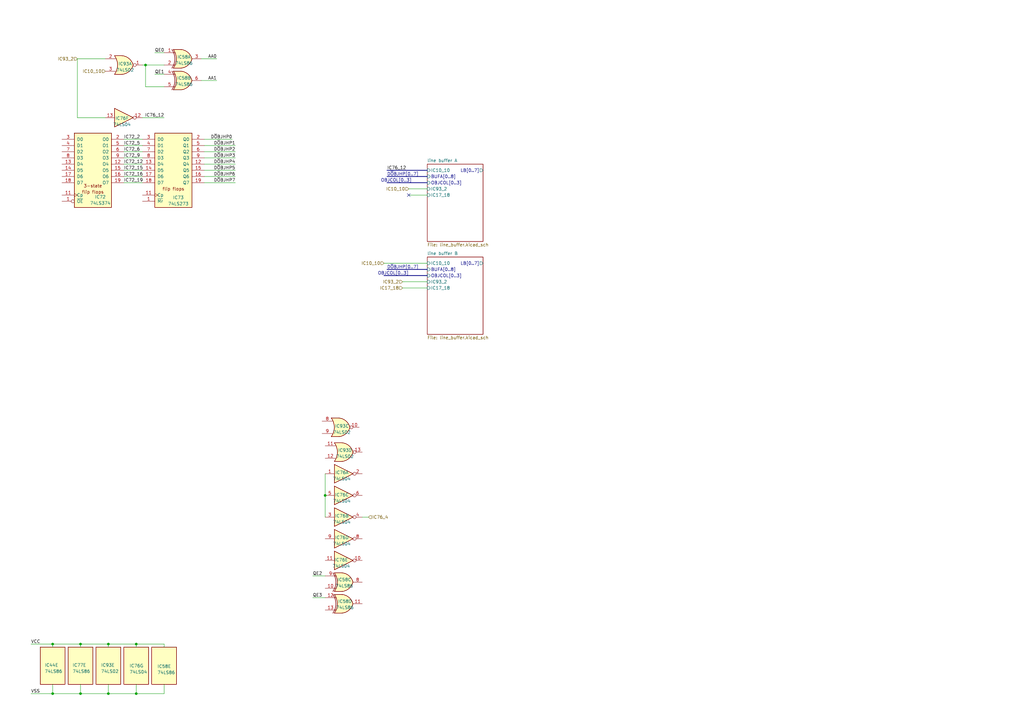
<source format=kicad_sch>
(kicad_sch (version 20231120) (generator "eeschema") (generator_version "8.0")
  (paper "A3")
  (title_block (title "Dual line buffer") (company "JOTEGO"))
  (lib_symbols
    (symbol "jt74:74LS02" (pin_names (offset 1.016))
      (property "Reference" "U" (at 0 1.27 0))
      (property "Value" "74LS02" (at 0 -1.27 0))
      (symbol "74LS02_1_1"
        (arc (start -3.81 -3.81) (mid -2.589 0) (end -3.81 3.81) (stroke (width 0.254)))
        (arc (start -0.6096 -3.81) (mid 2.1842 -2.5851) (end 3.81 0) (stroke (width 0.254)) (fill (type background)))
        (polyline (pts (xy -3.81 -3.81) (xy -0.635 -3.81)) (stroke (width 0.254)) (fill (type background)))
        (polyline (pts (xy -3.81 3.81) (xy -0.635 3.81)) (stroke (width 0.254)) (fill (type background)))
        (polyline (pts (xy -0.635 3.81) (xy -3.81 3.81) (xy -3.81 3.81) (xy -3.556 3.4036) (xy -3.0226 2.2606) (xy -2.6924 1.0414) (xy -2.6162 -0.254) (xy -2.7686 -1.4986) (xy -3.175 -2.7178) (xy -3.81 -3.81) (xy -3.81 -3.81) (xy -0.635 -3.81)) (stroke (width -25.4)) (fill (type background)))
        (arc (start 3.81 0) (mid 2.1915 2.5936) (end -0.6096 3.81) (stroke (width 0.254)) (fill (type background)))
        (pin output inverted (at 7.62 0 180) (length 3.81) (name "~") (number "1"))
        (pin input line (at -7.62 2.54 0) (length 4.318) (name "~") (number "2"))
        (pin input line (at -7.62 -2.54 0) (length 4.318) (name "~") (number "3"))
      )
      (symbol "74LS02_1_2"
        (arc (start 0 -3.81) (mid 3.7934 0) (end 0 3.81) (stroke (width 0.254)) (fill (type background)))
        (polyline (pts (xy 0 3.81) (xy -3.81 3.81) (xy -3.81 -3.81) (xy 0 -3.81)) (stroke (width 0.254)) (fill (type background)))
        (pin output line (at 7.62 0 180) (length 3.81) (name "~") (number "1"))
        (pin input inverted (at -7.62 2.54 0) (length 3.81) (name "~") (number "2"))
        (pin input inverted (at -7.62 -2.54 0) (length 3.81) (name "~") (number "3"))
      )
      (symbol "74LS02_2_1"
        (arc (start -3.81 -3.81) (mid -2.589 0) (end -3.81 3.81) (stroke (width 0.254)))
        (arc (start -0.6096 -3.81) (mid 2.1842 -2.5851) (end 3.81 0) (stroke (width 0.254)) (fill (type background)))
        (polyline (pts (xy -3.81 -3.81) (xy -0.635 -3.81)) (stroke (width 0.254)) (fill (type background)))
        (polyline (pts (xy -3.81 3.81) (xy -0.635 3.81)) (stroke (width 0.254)) (fill (type background)))
        (polyline (pts (xy -0.635 3.81) (xy -3.81 3.81) (xy -3.81 3.81) (xy -3.556 3.4036) (xy -3.0226 2.2606) (xy -2.6924 1.0414) (xy -2.6162 -0.254) (xy -2.7686 -1.4986) (xy -3.175 -2.7178) (xy -3.81 -3.81) (xy -3.81 -3.81) (xy -0.635 -3.81)) (stroke (width -25.4)) (fill (type background)))
        (arc (start 3.81 0) (mid 2.1915 2.5936) (end -0.6096 3.81) (stroke (width 0.254)) (fill (type background)))
        (pin output inverted (at 7.62 0 180) (length 3.81) (name "~") (number "4"))
        (pin input line (at -7.62 2.54 0) (length 4.318) (name "~") (number "5"))
        (pin input line (at -7.62 -2.54 0) (length 4.318) (name "~") (number "6"))
      )
      (symbol "74LS02_2_2"
        (arc (start 0 -3.81) (mid 3.7934 0) (end 0 3.81) (stroke (width 0.254)) (fill (type background)))
        (polyline (pts (xy 0 3.81) (xy -3.81 3.81) (xy -3.81 -3.81) (xy 0 -3.81)) (stroke (width 0.254)) (fill (type background)))
        (pin output line (at 7.62 0 180) (length 3.81) (name "~") (number "4"))
        (pin input inverted (at -7.62 2.54 0) (length 3.81) (name "~") (number "5"))
        (pin input inverted (at -7.62 -2.54 0) (length 3.81) (name "~") (number "6"))
      )
      (symbol "74LS02_3_1"
        (arc (start -3.81 -3.81) (mid -2.589 0) (end -3.81 3.81) (stroke (width 0.254)))
        (arc (start -0.6096 -3.81) (mid 2.1842 -2.5851) (end 3.81 0) (stroke (width 0.254)) (fill (type background)))
        (polyline (pts (xy -3.81 -3.81) (xy -0.635 -3.81)) (stroke (width 0.254)) (fill (type background)))
        (polyline (pts (xy -3.81 3.81) (xy -0.635 3.81)) (stroke (width 0.254)) (fill (type background)))
        (polyline (pts (xy -0.635 3.81) (xy -3.81 3.81) (xy -3.81 3.81) (xy -3.556 3.4036) (xy -3.0226 2.2606) (xy -2.6924 1.0414) (xy -2.6162 -0.254) (xy -2.7686 -1.4986) (xy -3.175 -2.7178) (xy -3.81 -3.81) (xy -3.81 -3.81) (xy -0.635 -3.81)) (stroke (width -25.4)) (fill (type background)))
        (arc (start 3.81 0) (mid 2.1915 2.5936) (end -0.6096 3.81) (stroke (width 0.254)) (fill (type background)))
        (pin output inverted (at 7.62 0 180) (length 3.81) (name "~") (number "10"))
        (pin input line (at -7.62 2.54 0) (length 4.318) (name "~") (number "8"))
        (pin input line (at -7.62 -2.54 0) (length 4.318) (name "~") (number "9"))
      )
      (symbol "74LS02_3_2"
        (arc (start 0 -3.81) (mid 3.7934 0) (end 0 3.81) (stroke (width 0.254)) (fill (type background)))
        (polyline (pts (xy 0 3.81) (xy -3.81 3.81) (xy -3.81 -3.81) (xy 0 -3.81)) (stroke (width 0.254)) (fill (type background)))
        (pin output line (at 7.62 0 180) (length 3.81) (name "~") (number "10"))
        (pin input inverted (at -7.62 2.54 0) (length 3.81) (name "~") (number "8"))
        (pin input inverted (at -7.62 -2.54 0) (length 3.81) (name "~") (number "9"))
      )
      (symbol "74LS02_4_1"
        (arc (start -3.81 -3.81) (mid -2.589 0) (end -3.81 3.81) (stroke (width 0.254)))
        (arc (start -0.6096 -3.81) (mid 2.1842 -2.5851) (end 3.81 0) (stroke (width 0.254)) (fill (type background)))
        (polyline (pts (xy -3.81 -3.81) (xy -0.635 -3.81)) (stroke (width 0.254)) (fill (type background)))
        (polyline (pts (xy -3.81 3.81) (xy -0.635 3.81)) (stroke (width 0.254)) (fill (type background)))
        (polyline (pts (xy -0.635 3.81) (xy -3.81 3.81) (xy -3.81 3.81) (xy -3.556 3.4036) (xy -3.0226 2.2606) (xy -2.6924 1.0414) (xy -2.6162 -0.254) (xy -2.7686 -1.4986) (xy -3.175 -2.7178) (xy -3.81 -3.81) (xy -3.81 -3.81) (xy -0.635 -3.81)) (stroke (width -25.4)) (fill (type background)))
        (arc (start 3.81 0) (mid 2.1915 2.5936) (end -0.6096 3.81) (stroke (width 0.254)) (fill (type background)))
        (pin input line (at -7.62 2.54 0) (length 4.318) (name "~") (number "11"))
        (pin input line (at -7.62 -2.54 0) (length 4.318) (name "~") (number "12"))
        (pin output inverted (at 7.62 0 180) (length 3.81) (name "~") (number "13"))
      )
      (symbol "74LS02_4_2"
        (arc (start 0 -3.81) (mid 3.7934 0) (end 0 3.81) (stroke (width 0.254)) (fill (type background)))
        (polyline (pts (xy 0 3.81) (xy -3.81 3.81) (xy -3.81 -3.81) (xy 0 -3.81)) (stroke (width 0.254)) (fill (type background)))
        (pin input inverted (at -7.62 2.54 0) (length 3.81) (name "~") (number "11"))
        (pin input inverted (at -7.62 -2.54 0) (length 3.81) (name "~") (number "12"))
        (pin output line (at 7.62 0 180) (length 3.81) (name "~") (number "13"))
      )
      (symbol "74LS02_5_0"
        (pin power_in line (at 0 7.62 270) (length 5.08) hide (name "VCC") (number "14"))
        (pin power_in line (at 0 -7.62 90) (length 5.08) hide (name "VSS") (number "7"))
      )
      (symbol "74LS02_5_1"
        (rectangle (start -5.08 7.62) (end 5.08 -7.62) (stroke (width 0.254)) (fill (type background)))
      )
    )
    (symbol "jt74:74LS04" (pin_names (offset 1.016))
      (property "Reference" "U" (at 0 1.27 0))
      (property "Value" "74LS04" (at 0 -1.27 0))
      (symbol "74LS04_1_0"
        (polyline (pts (xy -3.81 3.81) (xy -3.81 -3.81) (xy 3.81 0) (xy -3.81 3.81)) (stroke (width 0.254)) (fill (type background)))
        (pin input line (at -7.62 0 0) (length 3.81) (name "~") (number "1"))
        (pin output inverted (at 7.62 0 180) (length 3.81) (name "~") (number "2"))
      )
      (symbol "74LS04_2_0"
        (polyline (pts (xy -3.81 3.81) (xy -3.81 -3.81) (xy 3.81 0) (xy -3.81 3.81)) (stroke (width 0.254)) (fill (type background)))
        (pin input line (at -7.62 0 0) (length 3.81) (name "~") (number "3"))
        (pin output inverted (at 7.62 0 180) (length 3.81) (name "~") (number "4"))
      )
      (symbol "74LS04_3_0"
        (polyline (pts (xy -3.81 3.81) (xy -3.81 -3.81) (xy 3.81 0) (xy -3.81 3.81)) (stroke (width 0.254)) (fill (type background)))
        (pin input line (at -7.62 0 0) (length 3.81) (name "~") (number "5"))
        (pin output inverted (at 7.62 0 180) (length 3.81) (name "~") (number "6"))
      )
      (symbol "74LS04_4_0"
        (polyline (pts (xy -3.81 3.81) (xy -3.81 -3.81) (xy 3.81 0) (xy -3.81 3.81)) (stroke (width 0.254)) (fill (type background)))
        (pin output inverted (at 7.62 0 180) (length 3.81) (name "~") (number "8"))
        (pin input line (at -7.62 0 0) (length 3.81) (name "~") (number "9"))
      )
      (symbol "74LS04_5_0"
        (polyline (pts (xy -3.81 3.81) (xy -3.81 -3.81) (xy 3.81 0) (xy -3.81 3.81)) (stroke (width 0.254)) (fill (type background)))
        (pin output inverted (at 7.62 0 180) (length 3.81) (name "~") (number "10"))
        (pin input line (at -7.62 0 0) (length 3.81) (name "~") (number "11"))
      )
      (symbol "74LS04_6_0"
        (polyline (pts (xy -3.81 3.81) (xy -3.81 -3.81) (xy 3.81 0) (xy -3.81 3.81)) (stroke (width 0.254)) (fill (type background)))
        (pin output inverted (at 7.62 0 180) (length 3.81) (name "~") (number "12"))
        (pin input line (at -7.62 0 0) (length 3.81) (name "~") (number "13"))
      )
      (symbol "74LS04_7_0"
        (pin power_in line (at 0 7.62 270) (length 5.08) hide (name "VCC") (number "14"))
        (pin power_in line (at 0 -7.62 90) (length 5.08) hide (name "VSS") (number "7"))
      )
      (symbol "74LS04_7_1"
        (rectangle (start -5.08 7.62) (end 5.08 -7.62) (stroke (width 0.254)) (fill (type background)))
      )
    )
    (symbol "jt74:74LS273" (pin_names (offset 1.016))
      (property "Reference" "U" (at 0 2.54 0))
      (property "Value" "74LS273" (at 2.54 -13.97 0))
      (symbol "74LS273_0_0"
        (text "flip flops" (at 0 -7.62 0) (effects (font (size 1.27 1.27))))
      )
      (symbol "74LS273_1_0"
        (pin input line (at -12.7 -12.7 0) (length 5.08) (name "~{Mr}") (number "1"))
        (pin input clock (at -12.7 -10.16 0) (length 5.08) (name "Cp") (number "11"))
        (pin output line (at 12.7 2.54 180) (length 5.08) (name "Q4") (number "12"))
        (pin input line (at -12.7 2.54 0) (length 5.08) (name "D4") (number "13"))
        (pin input line (at -12.7 0 0) (length 5.08) (name "D5") (number "14"))
        (pin output line (at 12.7 0 180) (length 5.08) (name "Q5") (number "15"))
        (pin output line (at 12.7 -2.54 180) (length 5.08) (name "Q6") (number "16"))
        (pin input line (at -12.7 -2.54 0) (length 5.08) (name "D6") (number "17"))
        (pin input line (at -12.7 -5.08 0) (length 5.08) (name "D7") (number "18"))
        (pin output line (at 12.7 -5.08 180) (length 5.08) (name "Q7") (number "19"))
        (pin output line (at 12.7 12.7 180) (length 5.08) (name "Q0") (number "2"))
        (pin input line (at -12.7 12.7 0) (length 5.08) (name "D0") (number "3"))
        (pin input line (at -12.7 10.16 0) (length 5.08) (name "D1") (number "4"))
        (pin output line (at 12.7 10.16 180) (length 5.08) (name "Q1") (number "5"))
        (pin output line (at 12.7 7.62 180) (length 5.08) (name "Q2") (number "6"))
        (pin input line (at -12.7 7.62 0) (length 5.08) (name "D2") (number "7"))
        (pin input line (at -12.7 5.08 0) (length 5.08) (name "D3") (number "8"))
        (pin output line (at 12.7 5.08 180) (length 5.08) (name "Q3") (number "9"))
      )
      (symbol "74LS273_1_1"
        (rectangle (start -7.62 15.24) (end 7.62 -15.24) (stroke (width 0.254)) (fill (type background)))
      )
    )
    (symbol "jt74:74LS374" (pin_names (offset 1.016))
      (property "Reference" "U" (at 0 1.27 0))
      (property "Value" "74LS374" (at 2.54 -13.97 0))
      (symbol "74LS374_0_0"
        (text "3-state" (at 0 -6.35 0) (effects (font (size 1.27 1.27))))
        (text "flip flops" (at 0 -8.89 0) (effects (font (size 1.27 1.27))))
      )
      (symbol "74LS374_1_0"
        (pin input inverted (at -12.7 -12.7 0) (length 5.08) (name "~{OE}") (number "1"))
        (pin input clock (at -12.7 -10.16 0) (length 5.08) (name "Cp") (number "11"))
        (pin tri_state line (at 12.7 2.54 180) (length 5.08) (name "O4") (number "12"))
        (pin input line (at -12.7 2.54 0) (length 5.08) (name "D4") (number "13"))
        (pin input line (at -12.7 0 0) (length 5.08) (name "D5") (number "14"))
        (pin tri_state line (at 12.7 0 180) (length 5.08) (name "O5") (number "15"))
        (pin tri_state line (at 12.7 -2.54 180) (length 5.08) (name "O6") (number "16"))
        (pin input line (at -12.7 -2.54 0) (length 5.08) (name "D6") (number "17"))
        (pin input line (at -12.7 -5.08 0) (length 5.08) (name "D7") (number "18"))
        (pin tri_state line (at 12.7 -5.08 180) (length 5.08) (name "O7") (number "19"))
        (pin tri_state line (at 12.7 12.7 180) (length 5.08) (name "O0") (number "2"))
        (pin input line (at -12.7 12.7 0) (length 5.08) (name "D0") (number "3"))
        (pin input line (at -12.7 10.16 0) (length 5.08) (name "D1") (number "4"))
        (pin tri_state line (at 12.7 10.16 180) (length 5.08) (name "O1") (number "5"))
        (pin tri_state line (at 12.7 7.62 180) (length 5.08) (name "O2") (number "6"))
        (pin input line (at -12.7 7.62 0) (length 5.08) (name "D2") (number "7"))
        (pin input line (at -12.7 5.08 0) (length 5.08) (name "D3") (number "8"))
        (pin tri_state line (at 12.7 5.08 180) (length 5.08) (name "O3") (number "9"))
      )
      (symbol "74LS374_1_1"
        (rectangle (start -7.62 15.24) (end 7.62 -15.24) (stroke (width 0.254)) (fill (type background)))
      )
    )
    (symbol "jt74:74LS86" (pin_names (offset 1.016))
      (property "Reference" "U" (at 0 1.27 0))
      (property "Value" "74LS86" (at 0 -1.27 0))
      (symbol "74LS86_1_0"
        (arc (start -4.4196 -3.81) (mid -3.2033 0) (end -4.4196 3.81) (stroke (width 0.254)))
        (arc (start -3.81 -3.81) (mid -2.589 0) (end -3.81 3.81) (stroke (width 0.254)))
        (arc (start -0.6096 -3.81) (mid 2.1842 -2.5851) (end 3.81 0) (stroke (width 0.254)) (fill (type background)))
        (polyline (pts (xy -3.81 -3.81) (xy -0.635 -3.81)) (stroke (width 0.254)) (fill (type background)))
        (polyline (pts (xy -3.81 3.81) (xy -0.635 3.81)) (stroke (width 0.254)) (fill (type background)))
        (polyline (pts (xy -0.635 3.81) (xy -3.81 3.81) (xy -3.81 3.81) (xy -3.556 3.4036) (xy -3.0226 2.2606) (xy -2.6924 1.0414) (xy -2.6162 -0.254) (xy -2.7686 -1.4986) (xy -3.175 -2.7178) (xy -3.81 -3.81) (xy -3.81 -3.81) (xy -0.635 -3.81)) (stroke (width -25.4)) (fill (type background)))
        (arc (start 3.81 0) (mid 2.1915 2.5936) (end -0.6096 3.81) (stroke (width 0.254)) (fill (type background)))
        (pin input line (at -7.62 2.54 0) (length 4.445) (name "~") (number "1"))
        (pin input line (at -7.62 -2.54 0) (length 4.445) (name "~") (number "2"))
        (pin output line (at 7.62 0 180) (length 3.81) (name "~") (number "3"))
      )
      (symbol "74LS86_1_1"
        (polyline (pts (xy -3.81 -2.54) (xy -3.175 -2.54)) (stroke (width 0.1524)))
        (polyline (pts (xy -3.81 2.54) (xy -3.175 2.54)) (stroke (width 0.1524)))
      )
      (symbol "74LS86_2_0"
        (arc (start -4.4196 -3.81) (mid -3.2033 0) (end -4.4196 3.81) (stroke (width 0.254)))
        (arc (start -3.81 -3.81) (mid -2.589 0) (end -3.81 3.81) (stroke (width 0.254)))
        (arc (start -0.6096 -3.81) (mid 2.1842 -2.5851) (end 3.81 0) (stroke (width 0.254)) (fill (type background)))
        (polyline (pts (xy -3.81 -3.81) (xy -0.635 -3.81)) (stroke (width 0.254)) (fill (type background)))
        (polyline (pts (xy -3.81 3.81) (xy -0.635 3.81)) (stroke (width 0.254)) (fill (type background)))
        (polyline (pts (xy -0.635 3.81) (xy -3.81 3.81) (xy -3.81 3.81) (xy -3.556 3.4036) (xy -3.0226 2.2606) (xy -2.6924 1.0414) (xy -2.6162 -0.254) (xy -2.7686 -1.4986) (xy -3.175 -2.7178) (xy -3.81 -3.81) (xy -3.81 -3.81) (xy -0.635 -3.81)) (stroke (width -25.4)) (fill (type background)))
        (arc (start 3.81 0) (mid 2.1915 2.5936) (end -0.6096 3.81) (stroke (width 0.254)) (fill (type background)))
        (pin input line (at -7.62 2.54 0) (length 4.445) (name "~") (number "4"))
        (pin input line (at -7.62 -2.54 0) (length 4.445) (name "~") (number "5"))
        (pin output line (at 7.62 0 180) (length 3.81) (name "~") (number "6"))
      )
      (symbol "74LS86_2_1"
        (polyline (pts (xy -3.81 -2.54) (xy -3.175 -2.54)) (stroke (width 0.1524)))
        (polyline (pts (xy -3.81 2.54) (xy -3.175 2.54)) (stroke (width 0.1524)))
      )
      (symbol "74LS86_3_0"
        (arc (start -4.4196 -3.81) (mid -3.2033 0) (end -4.4196 3.81) (stroke (width 0.254)))
        (arc (start -3.81 -3.81) (mid -2.589 0) (end -3.81 3.81) (stroke (width 0.254)))
        (arc (start -0.6096 -3.81) (mid 2.1842 -2.5851) (end 3.81 0) (stroke (width 0.254)) (fill (type background)))
        (polyline (pts (xy -3.81 -3.81) (xy -0.635 -3.81)) (stroke (width 0.254)) (fill (type background)))
        (polyline (pts (xy -3.81 3.81) (xy -0.635 3.81)) (stroke (width 0.254)) (fill (type background)))
        (polyline (pts (xy -0.635 3.81) (xy -3.81 3.81) (xy -3.81 3.81) (xy -3.556 3.4036) (xy -3.0226 2.2606) (xy -2.6924 1.0414) (xy -2.6162 -0.254) (xy -2.7686 -1.4986) (xy -3.175 -2.7178) (xy -3.81 -3.81) (xy -3.81 -3.81) (xy -0.635 -3.81)) (stroke (width -25.4)) (fill (type background)))
        (arc (start 3.81 0) (mid 2.1915 2.5936) (end -0.6096 3.81) (stroke (width 0.254)) (fill (type background)))
        (pin input line (at -7.62 -2.54 0) (length 4.445) (name "~") (number "10"))
        (pin output line (at 7.62 0 180) (length 3.81) (name "~") (number "8"))
        (pin input line (at -7.62 2.54 0) (length 4.445) (name "~") (number "9"))
      )
      (symbol "74LS86_3_1"
        (polyline (pts (xy -3.81 -2.54) (xy -3.175 -2.54)) (stroke (width 0.1524)))
        (polyline (pts (xy -3.81 2.54) (xy -3.175 2.54)) (stroke (width 0.1524)))
      )
      (symbol "74LS86_4_0"
        (arc (start -4.4196 -3.81) (mid -3.2033 0) (end -4.4196 3.81) (stroke (width 0.254)))
        (arc (start -3.81 -3.81) (mid -2.589 0) (end -3.81 3.81) (stroke (width 0.254)))
        (arc (start -0.6096 -3.81) (mid 2.1842 -2.5851) (end 3.81 0) (stroke (width 0.254)) (fill (type background)))
        (polyline (pts (xy -3.81 -3.81) (xy -0.635 -3.81)) (stroke (width 0.254)) (fill (type background)))
        (polyline (pts (xy -3.81 3.81) (xy -0.635 3.81)) (stroke (width 0.254)) (fill (type background)))
        (polyline (pts (xy -0.635 3.81) (xy -3.81 3.81) (xy -3.81 3.81) (xy -3.556 3.4036) (xy -3.0226 2.2606) (xy -2.6924 1.0414) (xy -2.6162 -0.254) (xy -2.7686 -1.4986) (xy -3.175 -2.7178) (xy -3.81 -3.81) (xy -3.81 -3.81) (xy -0.635 -3.81)) (stroke (width -25.4)) (fill (type background)))
        (arc (start 3.81 0) (mid 2.1915 2.5936) (end -0.6096 3.81) (stroke (width 0.254)) (fill (type background)))
        (pin output line (at 7.62 0 180) (length 3.81) (name "~") (number "11"))
        (pin input line (at -7.62 2.54 0) (length 4.445) (name "~") (number "12"))
        (pin input line (at -7.62 -2.54 0) (length 4.445) (name "~") (number "13"))
      )
      (symbol "74LS86_4_1"
        (polyline (pts (xy -3.81 -2.54) (xy -3.175 -2.54)) (stroke (width 0.1524)))
        (polyline (pts (xy -3.81 2.54) (xy -3.175 2.54)) (stroke (width 0.1524)))
      )
      (symbol "74LS86_5_0"
        (pin power_in line (at 0 7.62 270) (length 5.08) hide (name "VCC") (number "14"))
        (pin power_in line (at 0 -7.62 90) (length 5.08) hide (name "VSS") (number "7"))
      )
      (symbol "74LS86_5_1"
        (rectangle (start -5.08 7.62) (end 5.08 -7.62) (stroke (width 0.254)) (fill (type background)))
      )
    )
  )
  (junction (at 55.88 284.48))
  (junction (at 55.88 264.16))
  (junction (at 33.02 284.48))
  (junction (at 21.59 284.48))
  (junction (at 59.69 26.67))
  (junction (at 33.02 264.16))
  (junction (at 133.35 203.2))
  (junction (at 44.45 264.16))
  (junction (at 21.59 264.16))
  (junction (at 44.45 284.48))
  (no_connect (at 167.64 80.01))
  (wire (pts (xy 50.8 59.69) (xy 58.42 59.69)))
  (wire (pts (xy 88.9 24.13) (xy 82.55 24.13)))
  (wire (pts (xy 165.1 115.57) (xy 175.26 115.57)))
  (wire (pts (xy 31.75 48.26) (xy 31.75 24.13)))
  (wire (pts (xy 63.5 21.59) (xy 67.31 21.59)))
  (wire (pts (xy 33.02 265.43) (xy 33.02 264.16)))
  (wire (pts (xy 67.31 35.56) (xy 59.69 35.56)))
  (wire (pts (xy 67.31 48.26) (xy 58.42 48.26)))
  (wire (pts (xy 151.13 212.09) (xy 148.59 212.09)))
  (wire (pts (xy 50.8 69.85) (xy 58.42 69.85)))
  (wire (pts (xy 44.45 265.43) (xy 44.45 264.16)))
  (wire (pts (xy 83.82 57.15) (xy 95.25 57.15)))
  (wire (pts (xy 157.48 107.95) (xy 175.26 107.95)))
  (wire (pts (xy 55.88 264.16) (xy 44.45 264.16)))
  (wire (pts (xy 63.5 30.48) (xy 67.31 30.48)))
  (wire (pts (xy 83.82 62.23) (xy 96.52 62.23)))
  (wire (pts (xy 59.69 35.56) (xy 59.69 26.67)))
  (wire (pts (xy 44.45 280.67) (xy 44.45 284.48)))
  (wire (pts (xy 50.8 64.77) (xy 58.42 64.77)))
  (wire (pts (xy 50.8 74.93) (xy 58.42 74.93)))
  (wire (pts (xy 67.31 280.67) (xy 67.31 284.48)))
  (wire (pts (xy 33.02 284.48) (xy 21.59 284.48)))
  (wire (pts (xy 43.18 48.26) (xy 31.75 48.26)))
  (bus (pts (xy 158.75 69.85) (xy 175.26 69.85)))
  (wire (pts (xy 21.59 280.67) (xy 21.59 284.48)))
  (wire (pts (xy 50.8 62.23) (xy 58.42 62.23)))
  (wire (pts (xy 50.8 57.15) (xy 58.42 57.15)))
  (wire (pts (xy 21.59 264.16) (xy 33.02 264.16)))
  (wire (pts (xy 21.59 265.43) (xy 21.59 264.16)))
  (wire (pts (xy 55.88 284.48) (xy 44.45 284.48)))
  (wire (pts (xy 128.27 245.11) (xy 133.35 245.11)))
  (wire (pts (xy 44.45 284.48) (xy 33.02 284.48)))
  (wire (pts (xy 83.82 59.69) (xy 96.52 59.69)))
  (wire (pts (xy 55.88 280.67) (xy 55.88 284.48)))
  (wire (pts (xy 83.82 72.39) (xy 96.52 72.39)))
  (wire (pts (xy 167.64 77.47) (xy 175.26 77.47)))
  (wire (pts (xy 133.35 203.2) (xy 133.35 212.09)))
  (wire (pts (xy 83.82 69.85) (xy 96.52 69.85)))
  (wire (pts (xy 31.75 24.13) (xy 43.18 24.13)))
  (bus (pts (xy 175.26 74.93) (xy 158.75 74.93)))
  (wire (pts (xy 83.82 67.31) (xy 96.52 67.31)))
  (wire (pts (xy 83.82 64.77) (xy 96.52 64.77)))
  (bus (pts (xy 158.75 72.39) (xy 175.26 72.39)))
  (wire (pts (xy 82.55 33.02) (xy 88.9 33.02)))
  (wire (pts (xy 167.64 80.01) (xy 175.26 80.01)))
  (wire (pts (xy 83.82 74.93) (xy 96.52 74.93)))
  (wire (pts (xy 59.69 26.67) (xy 67.31 26.67)))
  (wire (pts (xy 133.35 194.31) (xy 133.35 203.2)))
  (wire (pts (xy 58.42 26.67) (xy 59.69 26.67)))
  (wire (pts (xy 21.59 284.48) (xy 12.7 284.48)))
  (wire (pts (xy 67.31 265.43) (xy 67.31 264.16)))
  (wire (pts (xy 50.8 67.31) (xy 58.42 67.31)))
  (wire (pts (xy 33.02 280.67) (xy 33.02 284.48)))
  (wire (pts (xy 67.31 284.48) (xy 55.88 284.48)))
  (wire (pts (xy 44.45 264.16) (xy 33.02 264.16)))
  (wire (pts (xy 165.1 118.11) (xy 175.26 118.11)))
  (wire (pts (xy 128.27 236.22) (xy 133.35 236.22)))
  (wire (pts (xy 55.88 265.43) (xy 55.88 264.16)))
  (bus (pts (xy 157.48 113.03) (xy 175.26 113.03)))
  (wire (pts (xy 50.8 72.39) (xy 58.42 72.39)))
  (wire (pts (xy 12.7 264.16) (xy 21.59 264.16)))
  (bus (pts (xy 158.75 110.49) (xy 175.26 110.49)))
  (wire (pts (xy 67.31 264.16) (xy 55.88 264.16)))
  (label "VCC" (at 12.7 264.16 0))
  (label "IC72_2" (at 50.8 57.15 0))
  (label "D~{O}BJHP6" (at 96.52 72.39 180))
  (label "IC72_12" (at 50.8 67.31 0))
  (label "D~{O}BJHP2" (at 96.52 62.23 180))
  (label "IC76_12" (at 67.31 48.26 180))
  (label "VSS" (at 12.7 284.48 0))
  (label "D~{O}BJHP[0..7]" (at 158.75 72.39 0))
  (label "IC72_9" (at 50.8 64.77 0))
  (label "D~{O}BJHP4" (at 96.52 67.31 180))
  (label "IC72_16" (at 50.8 72.39 0))
  (label "AA0" (at 88.9 24.13 180))
  (label "D~{O}BJHP1" (at 96.52 59.69 180))
  (label "IC72_6" (at 50.8 62.23 0))
  (label "D~{O}BJHP3" (at 96.52 64.77 180))
  (label "AA1" (at 88.9 33.02 180))
  (label "IC76_12" (at 158.75 69.85 0))
  (label "OBJCOL[0..3]" (at 168.91 74.93 180))
  (label "IC72_19" (at 50.8 74.93 0))
  (label "D~{O}BJHP0" (at 95.25 57.15 180))
  (label "OBJCOL[0..3]" (at 167.64 113.03 180))
  (label "QE1" (at 63.5 30.48 0))
  (label "D~{O}BJHP7" (at 96.52 74.93 180))
  (label "D~{O}BJHP5" (at 96.52 69.85 180))
  (label "D~{O}BJHP[0..7]" (at 158.75 110.49 0))
  (label "IC72_15" (at 50.8 69.85 0))
  (label "QE3" (at 128.27 245.11 0))
  (label "IC72_5" (at 50.8 59.69 0))
  (label "QE0" (at 63.5 21.59 0))
  (label "QE2" (at 128.27 236.22 0))
  (hierarchical_label "IC10_10" (shape input) (at 157.48 107.95 180))
  (hierarchical_label "IC17_18" (shape input) (at 165.1 118.11 180))
  (hierarchical_label "IC93_2" (shape input) (at 165.1 115.57 180))
  (hierarchical_label "IC93_2" (shape input) (at 31.75 24.13 180))
  (hierarchical_label "IC76_4" (shape input) (at 151.13 212.09 0))
  (hierarchical_label "IC10_10" (shape input) (at 43.18 29.21 180))
  (hierarchical_label "IC10_10" (shape input) (at 167.64 77.47 180))
  (symbol (lib_id "jt74:74LS86") (at 33.02 273.05 0) (unit 5)
    (property "Reference" "IC77" (at 29.718 272.796 0) (effects (justify left)))
    (property "Value" "74LS86" (at 29.718 275.336 0) (effects (justify left)))
    (property "Datasheet" "74xx/74ls86.pdf" (effects (hide yes)))
    (property "Description" "Quad 2-input XOR" (effects (hide yes)))
  )
  (symbol (lib_id "jt74:74LS04") (at 140.97 220.98 0) (unit 4)
    (property "Reference" "IC76" (at 140.208 220.472 0))
    (property "Value" "74LS04" (at 140.208 223.012 0))
    (property "Datasheet" "http://www.ti.com/lit/gpn/sn74LS04" (effects (hide yes)))
    (property "Description" "Hex Inverter" (effects (hide yes)))
  )
  (symbol (lib_id "jt74:74LS02") (at 44.45 273.05 0) (unit 5)
    (property "Reference" "IC93" (at 41.402 272.796 0) (effects (justify left)))
    (property "Value" "74LS02" (at 41.402 275.336 0) (effects (justify left)))
    (property "Datasheet" "http://www.ti.com/lit/gpn/sn74ls02" (effects (hide yes)))
    (property "Description" "quad 2-input NOR gate" (effects (hide yes)))
  )
  (symbol (lib_id "jt74:74LS86") (at 140.97 247.65 0) (unit 4)
    (property "Reference" "IC58" (at 141.478 246.634 0))
    (property "Value" "74LS86" (at 141.478 249.174 0))
    (property "Datasheet" "74xx/74ls86.pdf" (effects (hide yes)))
    (property "Description" "Quad 2-input XOR" (effects (hide yes)))
  )
  (symbol (lib_id "jt74:74LS04") (at 140.97 203.2 0) (unit 3)
    (property "Reference" "IC76" (at 140.208 202.946 0))
    (property "Value" "74LS04" (at 140.208 205.486 0))
    (property "Datasheet" "http://www.ti.com/lit/gpn/sn74LS04" (effects (hide yes)))
    (property "Description" "Hex Inverter" (effects (hide yes)))
  )
  (symbol (lib_id "jt74:74LS04") (at 140.97 194.31 0) (unit 1)
    (property "Reference" "IC76" (at 140.208 193.802 0))
    (property "Value" "74LS04" (at 140.208 196.342 0))
    (property "Datasheet" "http://www.ti.com/lit/gpn/sn74LS04" (effects (hide yes)))
    (property "Description" "Hex Inverter" (effects (hide yes)))
  )
  (symbol (lib_id "jt74:74LS02") (at 50.8 26.67 0) (unit 1)
    (property "Reference" "IC93" (at 51.308 26.162 0))
    (property "Value" "74LS02" (at 51.308 28.702 0))
    (property "Datasheet" "http://www.ti.com/lit/gpn/sn74ls02" (effects (hide yes)))
    (property "Description" "quad 2-input NOR gate" (effects (hide yes)))
  )
  (symbol (lib_id "jt74:74LS374") (at 38.1 69.85 0) (unit 1)
    (property "Reference" "IC72" (at 41.148 80.772 0))
    (property "Value" "74LS374" (at 41.148 83.312 0))
    (property "Datasheet" "http://www.ti.com/lit/gpn/sn74LS374" (effects (hide yes)))
    (property "Description" "8-bit Register, 3-state outputs" (effects (hide yes)))
  )
  (symbol (lib_id "jt74:74LS273") (at 71.12 69.85 0) (unit 1)
    (property "Reference" "IC73" (at 73.152 81.026 0))
    (property "Value" "74LS273" (at 73.152 83.566 0))
    (property "Datasheet" "http://www.ti.com/lit/gpn/sn74LS273" (effects (hide yes)))
    (property "Description" "8-bit D Flip-Flop, reset" (effects (hide yes)))
  )
  (symbol (lib_id "jt74:74LS02") (at 140.97 185.42 0) (unit 4)
    (property "Reference" "IC93" (at 141.478 184.658 0))
    (property "Value" "74LS02" (at 141.478 187.198 0))
    (property "Datasheet" "http://www.ti.com/lit/gpn/sn74ls02" (effects (hide yes)))
    (property "Description" "quad 2-input NOR gate" (effects (hide yes)))
  )
  (symbol (lib_id "jt74:74LS86") (at 74.93 33.02 0) (unit 2)
    (property "Reference" "IC58" (at 75.438 32.004 0))
    (property "Value" "74LS86" (at 75.438 34.544 0))
    (property "Datasheet" "74xx/74ls86.pdf" (effects (hide yes)))
    (property "Description" "Quad 2-input XOR" (effects (hide yes)))
  )
  (symbol (lib_id "jt74:74LS86") (at 21.59 273.05 0) (unit 5)
    (property "Reference" "IC44" (at 18.288 272.796 0) (effects (justify left)))
    (property "Value" "74LS86" (at 18.288 275.336 0) (effects (justify left)))
    (property "Datasheet" "74xx/74ls86.pdf" (effects (hide yes)))
    (property "Description" "Quad 2-input XOR" (effects (hide yes)))
  )
  (symbol (lib_id "jt74:74LS04") (at 140.97 212.09 0) (unit 2)
    (property "Reference" "IC76" (at 140.208 211.582 0))
    (property "Value" "74LS04" (at 140.208 214.122 0))
    (property "Datasheet" "http://www.ti.com/lit/gpn/sn74LS04" (effects (hide yes)))
    (property "Description" "Hex Inverter" (effects (hide yes)))
  )
  (symbol (lib_id "jt74:74LS04") (at 55.88 273.05 0) (unit 7)
    (property "Reference" "IC76" (at 53.086 273.05 0) (effects (justify left)))
    (property "Value" "74LS04" (at 53.086 275.59 0) (effects (justify left)))
    (property "Datasheet" "http://www.ti.com/lit/gpn/sn74LS04" (effects (hide yes)))
    (property "Description" "Hex Inverter" (effects (hide yes)))
  )
  (symbol (lib_id "jt74:74LS04") (at 50.8 48.26 0) (unit 6)
    (property "Reference" "IC76" (at 50.038 48.514 0))
    (property "Value" "74LS04" (at 50.038 51.054 0))
    (property "Datasheet" "http://www.ti.com/lit/gpn/sn74LS04" (effects (hide yes)))
    (property "Description" "Hex Inverter" (effects (hide yes)))
  )
  (symbol (lib_id "jt74:74LS86") (at 67.31 273.05 0) (unit 5)
    (property "Reference" "IC58" (at 64.516 273.304 0) (effects (justify left)))
    (property "Value" "74LS86" (at 64.516 275.844 0) (effects (justify left)))
    (property "Datasheet" "74xx/74ls86.pdf" (effects (hide yes)))
    (property "Description" "Quad 2-input XOR" (effects (hide yes)))
  )
  (symbol (lib_id "jt74:74LS86") (at 140.97 238.76 0) (unit 3)
    (property "Reference" "IC58" (at 141.224 237.744 0))
    (property "Value" "74LS86" (at 141.224 240.284 0))
    (property "Datasheet" "74xx/74ls86.pdf" (effects (hide yes)))
    (property "Description" "Quad 2-input XOR" (effects (hide yes)))
  )
  (symbol (lib_id "jt74:74LS04") (at 140.97 229.87 0) (unit 5)
    (property "Reference" "IC76" (at 139.954 229.616 0))
    (property "Value" "74LS04" (at 139.954 232.156 0))
    (property "Datasheet" "http://www.ti.com/lit/gpn/sn74LS04" (effects (hide yes)))
    (property "Description" "Hex Inverter" (effects (hide yes)))
  )
  (symbol (lib_id "jt74:74LS86") (at 74.93 24.13 0) (unit 1)
    (property "Reference" "IC58" (at 75.438 23.368 0))
    (property "Value" "74LS86" (at 75.438 25.908 0))
    (property "Datasheet" "74xx/74ls86.pdf" (effects (hide yes)))
    (property "Description" "Quad 2-input XOR" (effects (hide yes)))
  )
  (symbol (lib_id "jt74:74LS02") (at 139.7 175.26 0) (unit 3)
    (property "Reference" "IC93" (at 140.208 174.752 0))
    (property "Value" "74LS02" (at 140.208 177.292 0))
    (property "Datasheet" "http://www.ti.com/lit/gpn/sn74ls02" (effects (hide yes)))
    (property "Description" "quad 2-input NOR gate" (effects (hide yes)))
  )
  (sheet (at 175.26 105.41) (size 22.86 31.75) (stroke (width 0.1524))
    (property "Sheetname" "line buffer B" (at 175.26 104.6984 0) (effects (justify left bottom)))
    (property "Sheetfile" "line_buffer.kicad_sch" (at 175.26 137.7446 0) (effects (justify left top)))
    (pin "IC10_10" input (at 175.26 107.95 180))
    (pin "LB[0..7]" output (at 198.12 107.95 0))
    (pin "BUFA[0..8]" input (at 175.26 110.49 180))
    (pin "OBJCOL[0..3]" input (at 175.26 113.03 180))
    (pin "IC93_2" input (at 175.26 115.57 180))
    (pin "IC17_18" input (at 175.26 118.11 180))
  )
  (sheet (at 175.26 67.31) (size 22.86 31.75) (stroke (width 0.1524))
    (property "Sheetname" "line buffer A" (at 175.26 66.5984 0) (effects (justify left bottom)))
    (property "Sheetfile" "line_buffer.kicad_sch" (at 175.26 99.6446 0) (effects (justify left top)))
    (pin "IC10_10" input (at 175.26 69.85 180))
    (pin "LB[0..7]" output (at 198.12 69.85 0))
    (pin "BUFA[0..8]" input (at 175.26 72.39 180))
    (pin "IC17_18" input (at 175.26 80.01 180))
    (pin "OBJCOL[0..3]" input (at 175.26 74.93 180))
    (pin "IC93_2" input (at 175.26 77.47 180))
  )
)
</source>
